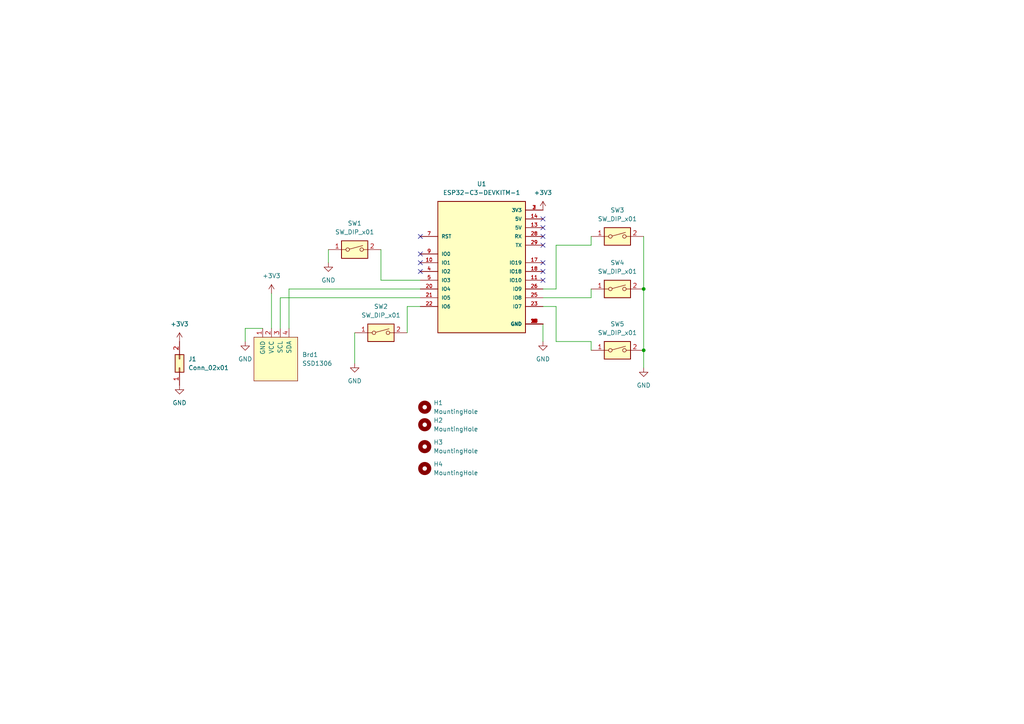
<source format=kicad_sch>
(kicad_sch (version 20211123) (generator eeschema)
  (paper "A4")
  (lib_symbols
    (symbol "Connector_Generic:Conn_02x01" (pin_names (offset 1.016) hide)
      (property "Reference" "J" (at 1.27 2.54 0))
      (property "Value" "Conn_02x01" (at 1.27 -2.54 0))
      (symbol "Conn_02x01_1_1"
        (rectangle (start -1.27 0.127) (end 0 -0.127) (stroke (width 0.1524)))
        (rectangle (start -1.27 1.27) (end 3.81 -1.27) (stroke (width 0.254)) (fill (type background)))
        (rectangle (start 3.81 0.127) (end 2.54 -0.127) (stroke (width 0.1524)))
        (pin passive line (at -5.08 0 0) (length 3.81) (name "Pin_1") (number "1"))
        (pin passive line (at 7.62 0 180) (length 3.81) (name "Pin_2") (number "2"))
      )
    )
    (symbol "ESP32-C3-DEVKITM-1:ESP32-C3-DEVKITM-1" (pin_names (offset 1.016))
      (property "Reference" "U1" (at 0 22.86 0))
      (property "Value" "ESP32-C3-DEVKITM-1" (at 0 20.32 0))
      (symbol "ESP32-C3-DEVKITM-1_0_0"
        (rectangle (start -12.7 -20.32) (end 12.7 17.78) (stroke (width 0.254)) (fill (type background)))
        (pin power_in line (at 17.78 -17.78 180) (length 5.08) (name "GND") (number "1"))
        (pin bidirectional line (at -17.78 0 0) (length 5.08) (name "IO1") (number "10"))
        (pin bidirectional line (at 17.78 -5.08 180) (length 5.08) (name "IO10") (number "11"))
        (pin power_in line (at 17.78 -17.78 180) (length 5.08) (name "GND") (number "12"))
        (pin power_in line (at 17.78 10.16 180) (length 5.08) (name "5V") (number "13"))
        (pin power_in line (at 17.78 12.7 180) (length 5.08) (name "5V") (number "14"))
        (pin power_in line (at 17.78 -17.78 180) (length 5.08) (name "GND") (number "15"))
        (pin power_in line (at 17.78 -17.78 180) (length 5.08) (name "GND") (number "16"))
        (pin bidirectional line (at 17.78 0 180) (length 5.08) (name "IO19") (number "17"))
        (pin bidirectional line (at 17.78 -2.54 180) (length 5.08) (name "IO18") (number "18"))
        (pin power_in line (at 17.78 -17.78 180) (length 5.08) (name "GND") (number "19"))
        (pin power_in line (at 17.78 15.24 180) (length 5.08) (name "3V3") (number "2"))
        (pin bidirectional line (at -17.78 -7.62 0) (length 5.08) (name "IO4") (number "20"))
        (pin bidirectional line (at -17.78 -10.16 0) (length 5.08) (name "IO5") (number "21"))
        (pin bidirectional line (at -17.78 -12.7 0) (length 5.08) (name "IO6") (number "22"))
        (pin bidirectional line (at 17.78 -12.7 180) (length 5.08) (name "IO7") (number "23"))
        (pin power_in line (at 17.78 -17.78 180) (length 5.08) (name "GND") (number "24"))
        (pin bidirectional line (at 17.78 -10.16 180) (length 5.08) (name "IO8") (number "25"))
        (pin bidirectional line (at 17.78 -7.62 180) (length 5.08) (name "IO9") (number "26"))
        (pin power_in line (at 17.78 -17.78 180) (length 5.08) (name "GND") (number "27"))
        (pin bidirectional line (at 17.78 7.62 180) (length 5.08) (name "RX") (number "28"))
        (pin bidirectional line (at 17.78 5.08 180) (length 5.08) (name "TX") (number "29"))
        (pin power_in line (at 17.78 15.24 180) (length 5.08) (name "3V3") (number "3"))
        (pin power_in line (at 17.78 -17.78 180) (length 5.08) (name "GND") (number "30"))
        (pin bidirectional line (at -17.78 -2.54 0) (length 5.08) (name "IO2") (number "4"))
        (pin bidirectional line (at -17.78 -5.08 0) (length 5.08) (name "IO3") (number "5"))
        (pin power_in line (at 17.78 -17.78 180) (length 5.08) (name "GND") (number "6"))
        (pin input line (at -17.78 7.62 0) (length 5.08) (name "RST") (number "7"))
        (pin power_in line (at 17.78 -17.78 180) (length 5.08) (name "GND") (number "8"))
        (pin bidirectional line (at -17.78 2.54 0) (length 5.08) (name "IO0") (number "9"))
      )
    )
    (symbol "Mechanical:MountingHole" (pin_names (offset 1.016))
      (property "Reference" "H" (at 0 5.08 0))
      (property "Value" "MountingHole" (at 0 3.175 0))
      (symbol "MountingHole_0_1"
        (circle (center 0 0) (radius 1.27) (stroke (width 1.27)))
      )
    )
    (symbol "SSD1306-128x64_OLED:SSD1306" (pin_names (offset 1.016))
      (property "Reference" "Brd" (at 0 -3.81 0))
      (property "Value" "SSD1306" (at 0 -1.27 0))
      (symbol "SSD1306_0_1"
        (rectangle (start -6.35 6.35) (end 6.35 -6.35) (fill (type background)))
      )
      (symbol "SSD1306_1_1"
        (pin input line (at -3.81 8.89 270) (length 2.54) (name "GND") (number "1"))
        (pin input line (at -1.27 8.89 270) (length 2.54) (name "VCC") (number "2"))
        (pin input line (at 1.27 8.89 270) (length 2.54) (name "SCL") (number "3"))
        (pin input line (at 3.81 8.89 270) (length 2.54) (name "SDA") (number "4"))
      )
    )
    (symbol "Switch:SW_DIP_x01" (pin_names (offset 0) hide)
      (property "Reference" "SW" (at 0 3.81 0))
      (property "Value" "SW_DIP_x01" (at 0 -3.81 0))
      (symbol "SW_DIP_x01_0_0"
        (circle (center -2.032 0) (radius 0.508))
        (polyline (pts (xy -1.524 0.127) (xy 2.3622 1.1684)))
        (circle (center 2.032 0) (radius 0.508))
      )
      (symbol "SW_DIP_x01_0_1"
        (rectangle (start -3.81 2.54) (end 3.81 -2.54) (stroke (width 0.254)) (fill (type background)))
      )
      (symbol "SW_DIP_x01_1_1"
        (pin passive line (at -7.62 0 0) (length 5.08) (name "~") (number "1"))
        (pin passive line (at 7.62 0 180) (length 5.08) (name "~") (number "2"))
      )
    )
    (symbol "power:+3.3V" (power) (pin_names (offset 0))
      (property "Value" "+3.3V" (at 0 3.556 0))
      (symbol "+3.3V_0_1"
        (polyline (pts (xy -0.762 1.27) (xy 0 2.54)))
        (polyline (pts (xy 0 0) (xy 0 2.54)))
        (polyline (pts (xy 0 2.54) (xy 0.762 1.27)))
      )
      (symbol "+3.3V_1_1"
        (pin power_in line (at 0 0 90) (length 0) hide (name "+3V3") (number "1"))
      )
    )
    (symbol "power:GND" (power) (pin_names (offset 0))
      (property "Value" "GND" (at 0 -3.81 0))
      (symbol "GND_0_1"
        (polyline (pts (xy 0 0) (xy 0 -1.27) (xy 1.27 -1.27) (xy 0 -2.54) (xy -1.27 -1.27) (xy 0 -1.27)))
      )
      (symbol "GND_1_1"
        (pin power_in line (at 0 0 270) (length 0) hide (name "GND") (number "1"))
      )
    )
  )
  (junction (at 186.69 83.82))
  (junction (at 186.69 101.6))
  (no_connect (at 121.92 68.58))
  (no_connect (at 121.92 78.74))
  (no_connect (at 121.92 76.2))
  (no_connect (at 121.92 73.66))
  (no_connect (at 157.48 63.5))
  (no_connect (at 157.48 68.58))
  (no_connect (at 157.48 71.12))
  (no_connect (at 157.48 78.74))
  (no_connect (at 157.48 81.28))
  (no_connect (at 157.48 76.2))
  (no_connect (at 157.48 66.04))
  (wire (pts (xy 78.74 85.09) (xy 78.74 95.25)))
  (wire (pts (xy 186.69 83.82) (xy 186.69 101.6)))
  (wire (pts (xy 157.48 83.82) (xy 161.29 83.82)))
  (wire (pts (xy 161.29 99.06) (xy 171.45 99.06)))
  (wire (pts (xy 110.49 72.39) (xy 110.49 81.28)))
  (wire (pts (xy 118.11 88.9) (xy 121.92 88.9)))
  (wire (pts (xy 102.87 96.52) (xy 102.87 105.41)))
  (wire (pts (xy 81.28 86.36) (xy 81.28 95.25)))
  (wire (pts (xy 121.92 86.36) (xy 81.28 86.36)))
  (wire (pts (xy 161.29 88.9) (xy 161.29 99.06)))
  (wire (pts (xy 83.82 83.82) (xy 83.82 95.25)))
  (wire (pts (xy 110.49 81.28) (xy 121.92 81.28)))
  (wire (pts (xy 157.48 99.06) (xy 157.48 93.98)))
  (wire (pts (xy 186.69 101.6) (xy 186.69 106.68)))
  (wire (pts (xy 171.45 99.06) (xy 171.45 101.6)))
  (wire (pts (xy 95.25 76.2) (xy 95.25 72.39)))
  (wire (pts (xy 157.48 86.36) (xy 171.45 86.36)))
  (wire (pts (xy 171.45 68.58) (xy 171.45 71.12)))
  (wire (pts (xy 161.29 71.12) (xy 171.45 71.12)))
  (wire (pts (xy 161.29 83.82) (xy 161.29 71.12)))
  (wire (pts (xy 186.69 68.58) (xy 186.69 83.82)))
  (wire (pts (xy 118.11 88.9) (xy 118.11 96.52)))
  (wire (pts (xy 71.12 95.25) (xy 71.12 99.06)))
  (wire (pts (xy 121.92 83.82) (xy 83.82 83.82)))
  (wire (pts (xy 157.48 88.9) (xy 161.29 88.9)))
  (wire (pts (xy 171.45 83.82) (xy 171.45 86.36)))
  (wire (pts (xy 76.2 95.25) (xy 71.12 95.25)))
  (symbol (lib_id "Mechanical:MountingHole") (at 123.19 123.19 0) (unit 1)
    (property "Reference" "H2" (at 125.73 121.9199 0) (effects (justify left)))
    (property "Value" "MountingHole" (at 125.73 124.4599 0) (effects (justify left)))
    (property "Footprint" "MountingHole:MountingHole_2.2mm_M2" (effects hide))
  )
  (symbol (lib_id "Mechanical:MountingHole") (at 123.19 135.89 0) (unit 1)
    (property "Reference" "H4" (at 125.73 134.6199 0) (effects (justify left)))
    (property "Value" "MountingHole" (at 125.73 137.1599 0) (effects (justify left)))
    (property "Footprint" "MountingHole:MountingHole_2.2mm_M2" (effects hide))
  )
  (symbol (lib_id "Mechanical:MountingHole") (at 123.19 129.54 0) (unit 1)
    (property "Reference" "H3" (at 125.73 128.2699 0) (effects (justify left)))
    (property "Value" "MountingHole" (at 125.73 130.8099 0) (effects (justify left)))
    (property "Footprint" "MountingHole:MountingHole_2.2mm_M2" (effects hide))
  )
  (symbol (lib_id "power:GND") (at 52.07 111.76 0) (unit 1)
    (property "Reference" "#PWR0102" (effects hide))
    (property "Value" "GND" (at 52.07 116.84 0))
  )
  (symbol (lib_id "power:GND") (at 71.12 99.06 0) (unit 1)
    (property "Reference" "#PWR01" (effects hide))
    (property "Value" "GND" (at 71.12 104.14 0))
  )
  (symbol (lib_id "power:+3.3V") (at 157.48 60.96 0) (unit 1)
    (property "Reference" "#PWR05" (effects hide))
    (property "Value" "+3.3V" (at 157.48 55.88 0))
  )
  (symbol (lib_id "Switch:SW_DIP_x01") (at 179.07 101.6 0) (unit 1)
    (property "Reference" "SW5" (at 179.07 93.98 0))
    (property "Value" "SW_DIP_x01" (at 179.07 96.52 0))
    (property "Footprint" "Button_Switch_THT:SW_PUSH-12mm" (effects hide))
  )
  (symbol (lib_id "power:+3.3V") (at 52.07 99.06 0) (unit 1)
    (property "Reference" "#PWR0103" (effects hide))
    (property "Value" "+3.3V" (at 52.07 93.98 0))
  )
  (symbol (lib_id "Switch:SW_DIP_x01") (at 102.87 72.39 0) (unit 1)
    (property "Reference" "SW1" (at 102.87 64.77 0))
    (property "Value" "SW_DIP_x01" (at 102.87 67.31 0))
    (property "Footprint" "Button_Switch_THT:SW_PUSH-12mm" (effects hide))
  )
  (symbol (lib_id "power:GND") (at 102.87 105.41 0) (unit 1)
    (property "Reference" "#PWR04" (effects hide))
    (property "Value" "GND" (at 102.87 110.49 0))
  )
  (symbol (lib_id "Mechanical:MountingHole") (at 123.19 118.11 0) (unit 1)
    (property "Reference" "H1" (at 125.73 116.8399 0) (effects (justify left)))
    (property "Value" "MountingHole" (at 125.73 119.3799 0) (effects (justify left)))
    (property "Footprint" "MountingHole:MountingHole_2.2mm_M2" (effects hide))
  )
  (symbol (lib_id "SSD1306-128x64_OLED:SSD1306") (at 80.01 104.14 0) (unit 1)
    (property "Reference" "Brd1" (at 87.63 102.8699 0) (effects (justify left)))
    (property "Value" "SSD1306" (at 87.63 105.4099 0) (effects (justify left)))
    (property "Footprint" "SSD1306:128x64OLED" (effects hide))
  )
  (symbol (lib_id "Switch:SW_DIP_x01") (at 179.07 68.58 0) (unit 1)
    (property "Reference" "SW3" (at 179.07 60.96 0))
    (property "Value" "SW_DIP_x01" (at 179.07 63.5 0))
    (property "Footprint" "Button_Switch_THT:SW_PUSH-12mm" (effects hide))
  )
  (symbol (lib_id "Switch:SW_DIP_x01") (at 110.49 96.52 0) (unit 1)
    (property "Reference" "SW2" (at 110.49 88.9 0))
    (property "Value" "SW_DIP_x01" (at 110.49 91.44 0))
    (property "Footprint" "Button_Switch_THT:SW_PUSH-12mm" (effects hide))
  )
  (symbol (lib_id "ESP32-C3-DEVKITM-1:ESP32-C3-DEVKITM-1") (at 139.7 76.2 0) (unit 1)
    (property "Reference" "U1" (at 139.7 53.34 0))
    (property "Value" "ESP32-C3-DEVKITM-1" (at 139.7 55.88 0))
    (property "Footprint" "XCVR_ESP32-C3-DEVKITM-1" (effects hide))
    (property "STANDARD" "Manufacturer Recommendations" (effects hide))
    (property "MANUFACTURER" "Espressif" (effects hide))
  )
  (symbol (lib_id "power:GND") (at 186.69 106.68 0) (unit 1)
    (property "Reference" "#PWR07" (effects hide))
    (property "Value" "GND" (at 186.69 111.76 0))
  )
  (symbol (lib_id "Switch:SW_DIP_x01") (at 179.07 83.82 0) (unit 1)
    (property "Reference" "SW4" (at 179.07 76.2 0))
    (property "Value" "SW_DIP_x01" (at 179.07 78.74 0))
    (property "Footprint" "Button_Switch_THT:SW_PUSH-12mm" (effects hide))
  )
  (symbol (lib_id "power:GND") (at 95.25 76.2 0) (unit 1)
    (property "Reference" "#PWR0101" (effects hide))
    (property "Value" "GND" (at 95.25 81.28 0))
  )
  (symbol (lib_id "power:GND") (at 157.48 99.06 0) (unit 1)
    (property "Reference" "#PWR06" (effects hide))
    (property "Value" "GND" (at 157.48 104.14 0))
  )
  (symbol (lib_id "Connector_Generic:Conn_02x01") (at 52.07 106.68 90) (unit 1)
    (property "Reference" "J1" (at 54.61 104.1399 90) (effects (justify right)))
    (property "Value" "Conn_02x01" (at 54.61 106.6799 90) (effects (justify right)))
    (property "Footprint" "Connector_PinHeader_2.54mm:PinHeader_1x02_P2.54mm_Vertical" (effects hide))
  )
  (symbol (lib_id "power:+3.3V") (at 78.74 85.09 0) (unit 1)
    (property "Reference" "#PWR02" (effects hide))
    (property "Value" "+3.3V" (at 78.74 80.01 0))
  )
)
</source>
